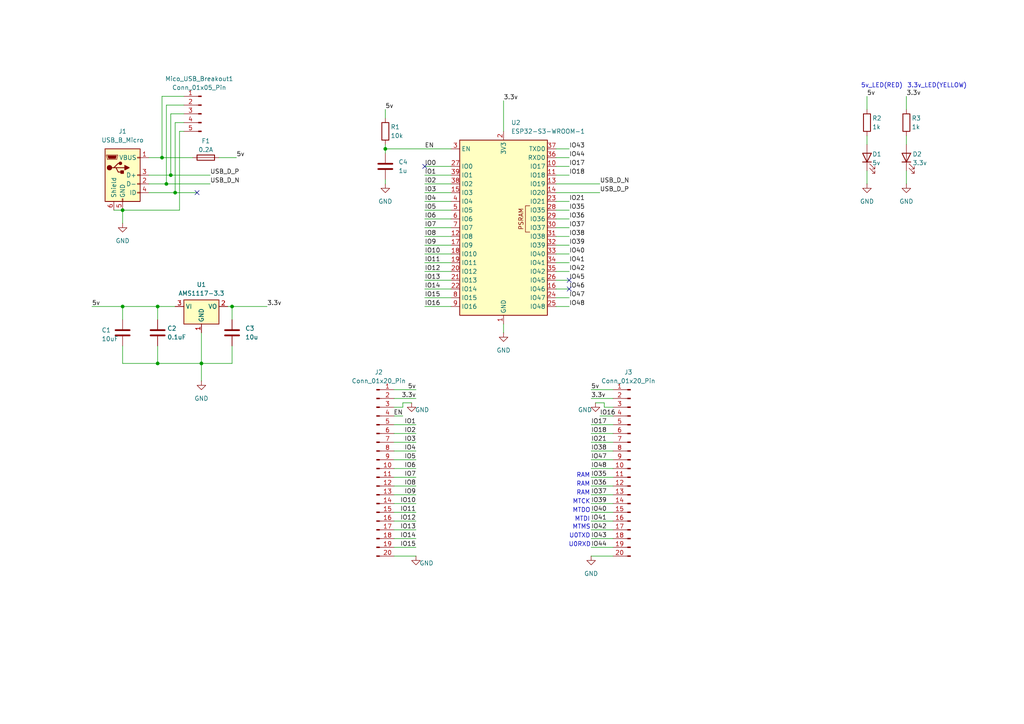
<source format=kicad_sch>
(kicad_sch (version 20231120) (generator "eeschema") (generator_version "8.0")
  (paper "A4")
  (lib_symbols
    (symbol "Connector:Conn_01x05_Pin" (pin_names (offset 1.016) hide)
      (property "Reference" "J" (at 0 7.62 0))
      (property "Value" "Conn_01x05_Pin" (at 0 -7.62 0))
      (symbol "Conn_01x05_Pin_1_1"
        (polyline (pts (xy 1.27 -5.08) (xy 0.8636 -5.08)) (stroke (width 0.1524)))
        (polyline (pts (xy 1.27 -2.54) (xy 0.8636 -2.54)) (stroke (width 0.1524)))
        (polyline (pts (xy 1.27 0) (xy 0.8636 0)) (stroke (width 0.1524)))
        (polyline (pts (xy 1.27 2.54) (xy 0.8636 2.54)) (stroke (width 0.1524)))
        (polyline (pts (xy 1.27 5.08) (xy 0.8636 5.08)) (stroke (width 0.1524)))
        (rectangle (start 0.8636 -4.953) (end 0 -5.207) (stroke (width 0.1524)) (fill (type outline)))
        (rectangle (start 0.8636 -2.413) (end 0 -2.667) (stroke (width 0.1524)) (fill (type outline)))
        (rectangle (start 0.8636 0.127) (end 0 -0.127) (stroke (width 0.1524)) (fill (type outline)))
        (rectangle (start 0.8636 2.667) (end 0 2.413) (stroke (width 0.1524)) (fill (type outline)))
        (rectangle (start 0.8636 5.207) (end 0 4.953) (stroke (width 0.1524)) (fill (type outline)))
        (pin passive line (at 5.08 5.08 180) (length 3.81) (name "Pin_1") (number "1"))
        (pin passive line (at 5.08 2.54 180) (length 3.81) (name "Pin_2") (number "2"))
        (pin passive line (at 5.08 0 180) (length 3.81) (name "Pin_3") (number "3"))
        (pin passive line (at 5.08 -2.54 180) (length 3.81) (name "Pin_4") (number "4"))
        (pin passive line (at 5.08 -5.08 180) (length 3.81) (name "Pin_5") (number "5"))
      )
    )
    (symbol "Connector:Conn_01x20_Pin" (pin_names (offset 1.016) hide)
      (property "Reference" "J" (at 0 25.4 0))
      (property "Value" "Conn_01x20_Pin" (at 0 -27.94 0))
      (symbol "Conn_01x20_Pin_1_1"
        (polyline (pts (xy 1.27 -25.4) (xy 0.8636 -25.4)) (stroke (width 0.1524)))
        (polyline (pts (xy 1.27 -22.86) (xy 0.8636 -22.86)) (stroke (width 0.1524)))
        (polyline (pts (xy 1.27 -20.32) (xy 0.8636 -20.32)) (stroke (width 0.1524)))
        (polyline (pts (xy 1.27 -17.78) (xy 0.8636 -17.78)) (stroke (width 0.1524)))
        (polyline (pts (xy 1.27 -15.24) (xy 0.8636 -15.24)) (stroke (width 0.1524)))
        (polyline (pts (xy 1.27 -12.7) (xy 0.8636 -12.7)) (stroke (width 0.1524)))
        (polyline (pts (xy 1.27 -10.16) (xy 0.8636 -10.16)) (stroke (width 0.1524)))
        (polyline (pts (xy 1.27 -7.62) (xy 0.8636 -7.62)) (stroke (width 0.1524)))
        (polyline (pts (xy 1.27 -5.08) (xy 0.8636 -5.08)) (stroke (width 0.1524)))
        (polyline (pts (xy 1.27 -2.54) (xy 0.8636 -2.54)) (stroke (width 0.1524)))
        (polyline (pts (xy 1.27 0) (xy 0.8636 0)) (stroke (width 0.1524)))
        (polyline (pts (xy 1.27 2.54) (xy 0.8636 2.54)) (stroke (width 0.1524)))
        (polyline (pts (xy 1.27 5.08) (xy 0.8636 5.08)) (stroke (width 0.1524)))
        (polyline (pts (xy 1.27 7.62) (xy 0.8636 7.62)) (stroke (width 0.1524)))
        (polyline (pts (xy 1.27 10.16) (xy 0.8636 10.16)) (stroke (width 0.1524)))
        (polyline (pts (xy 1.27 12.7) (xy 0.8636 12.7)) (stroke (width 0.1524)))
        (polyline (pts (xy 1.27 15.24) (xy 0.8636 15.24)) (stroke (width 0.1524)))
        (polyline (pts (xy 1.27 17.78) (xy 0.8636 17.78)) (stroke (width 0.1524)))
        (polyline (pts (xy 1.27 20.32) (xy 0.8636 20.32)) (stroke (width 0.1524)))
        (polyline (pts (xy 1.27 22.86) (xy 0.8636 22.86)) (stroke (width 0.1524)))
        (rectangle (start 0.8636 -25.273) (end 0 -25.527) (stroke (width 0.1524)) (fill (type outline)))
        (rectangle (start 0.8636 -22.733) (end 0 -22.987) (stroke (width 0.1524)) (fill (type outline)))
        (rectangle (start 0.8636 -20.193) (end 0 -20.447) (stroke (width 0.1524)) (fill (type outline)))
        (rectangle (start 0.8636 -17.653) (end 0 -17.907) (stroke (width 0.1524)) (fill (type outline)))
        (rectangle (start 0.8636 -15.113) (end 0 -15.367) (stroke (width 0.1524)) (fill (type outline)))
        (rectangle (start 0.8636 -12.573) (end 0 -12.827) (stroke (width 0.1524)) (fill (type outline)))
        (rectangle (start 0.8636 -10.033) (end 0 -10.287) (stroke (width 0.1524)) (fill (type outline)))
        (rectangle (start 0.8636 -7.493) (end 0 -7.747) (stroke (width 0.1524)) (fill (type outline)))
        (rectangle (start 0.8636 -4.953) (end 0 -5.207) (stroke (width 0.1524)) (fill (type outline)))
        (rectangle (start 0.8636 -2.413) (end 0 -2.667) (stroke (width 0.1524)) (fill (type outline)))
        (rectangle (start 0.8636 0.127) (end 0 -0.127) (stroke (width 0.1524)) (fill (type outline)))
        (rectangle (start 0.8636 2.667) (end 0 2.413) (stroke (width 0.1524)) (fill (type outline)))
        (rectangle (start 0.8636 5.207) (end 0 4.953) (stroke (width 0.1524)) (fill (type outline)))
        (rectangle (start 0.8636 7.747) (end 0 7.493) (stroke (width 0.1524)) (fill (type outline)))
        (rectangle (start 0.8636 10.287) (end 0 10.033) (stroke (width 0.1524)) (fill (type outline)))
        (rectangle (start 0.8636 12.827) (end 0 12.573) (stroke (width 0.1524)) (fill (type outline)))
        (rectangle (start 0.8636 15.367) (end 0 15.113) (stroke (width 0.1524)) (fill (type outline)))
        (rectangle (start 0.8636 17.907) (end 0 17.653) (stroke (width 0.1524)) (fill (type outline)))
        (rectangle (start 0.8636 20.447) (end 0 20.193) (stroke (width 0.1524)) (fill (type outline)))
        (rectangle (start 0.8636 22.987) (end 0 22.733) (stroke (width 0.1524)) (fill (type outline)))
        (pin passive line (at 5.08 22.86 180) (length 3.81) (name "Pin_1") (number "1"))
        (pin passive line (at 5.08 0 180) (length 3.81) (name "Pin_10") (number "10"))
        (pin passive line (at 5.08 -2.54 180) (length 3.81) (name "Pin_11") (number "11"))
        (pin passive line (at 5.08 -5.08 180) (length 3.81) (name "Pin_12") (number "12"))
        (pin passive line (at 5.08 -7.62 180) (length 3.81) (name "Pin_13") (number "13"))
        (pin passive line (at 5.08 -10.16 180) (length 3.81) (name "Pin_14") (number "14"))
        (pin passive line (at 5.08 -12.7 180) (length 3.81) (name "Pin_15") (number "15"))
        (pin passive line (at 5.08 -15.24 180) (length 3.81) (name "Pin_16") (number "16"))
        (pin passive line (at 5.08 -17.78 180) (length 3.81) (name "Pin_17") (number "17"))
        (pin passive line (at 5.08 -20.32 180) (length 3.81) (name "Pin_18") (number "18"))
        (pin passive line (at 5.08 -22.86 180) (length 3.81) (name "Pin_19") (number "19"))
        (pin passive line (at 5.08 20.32 180) (length 3.81) (name "Pin_2") (number "2"))
        (pin passive line (at 5.08 -25.4 180) (length 3.81) (name "Pin_20") (number "20"))
        (pin passive line (at 5.08 17.78 180) (length 3.81) (name "Pin_3") (number "3"))
        (pin passive line (at 5.08 15.24 180) (length 3.81) (name "Pin_4") (number "4"))
        (pin passive line (at 5.08 12.7 180) (length 3.81) (name "Pin_5") (number "5"))
        (pin passive line (at 5.08 10.16 180) (length 3.81) (name "Pin_6") (number "6"))
        (pin passive line (at 5.08 7.62 180) (length 3.81) (name "Pin_7") (number "7"))
        (pin passive line (at 5.08 5.08 180) (length 3.81) (name "Pin_8") (number "8"))
        (pin passive line (at 5.08 2.54 180) (length 3.81) (name "Pin_9") (number "9"))
      )
    )
    (symbol "Connector:USB_B_Micro" (pin_names (offset 1.016))
      (property "Reference" "J" (at -5.08 11.43 0))
      (property "Value" "USB_B_Micro" (at -5.08 8.89 0))
      (symbol "USB_B_Micro_0_1"
        (rectangle (start -5.08 -7.62) (end 5.08 7.62) (stroke (width 0.254)) (fill (type background)))
        (circle (center -3.81 2.159) (radius 0.635) (stroke (width 0.254)) (fill (type outline)))
        (circle (center -0.635 3.429) (radius 0.381) (stroke (width 0.254)) (fill (type outline)))
        (rectangle (start -0.127 -7.62) (end 0.127 -6.858))
        (polyline (pts (xy -1.905 2.159) (xy 0.635 2.159)) (stroke (width 0.254)))
        (polyline (pts (xy -3.175 2.159) (xy -2.54 2.159) (xy -1.27 3.429) (xy -0.635 3.429)) (stroke (width 0.254)))
        (polyline (pts (xy -2.54 2.159) (xy -1.905 2.159) (xy -1.27 0.889) (xy 0 0.889)) (stroke (width 0.254)))
        (polyline (pts (xy 0.635 2.794) (xy 0.635 1.524) (xy 1.905 2.159) (xy 0.635 2.794)) (stroke (width 0.254)) (fill (type outline)))
        (polyline (pts (xy -4.318 5.588) (xy -1.778 5.588) (xy -2.032 4.826) (xy -4.064 4.826) (xy -4.318 5.588)) (fill (type outline)))
        (polyline (pts (xy -4.699 5.842) (xy -4.699 5.588) (xy -4.445 4.826) (xy -4.445 4.572) (xy -1.651 4.572) (xy -1.651 4.826) (xy -1.397 5.588) (xy -1.397 5.842) (xy -4.699 5.842)))
        (rectangle (start 0.254 1.27) (end -0.508 0.508) (stroke (width 0.254)) (fill (type outline)))
        (rectangle (start 5.08 -5.207) (end 4.318 -4.953))
        (rectangle (start 5.08 -2.667) (end 4.318 -2.413))
        (rectangle (start 5.08 -0.127) (end 4.318 0.127))
        (rectangle (start 5.08 4.953) (end 4.318 5.207))
      )
      (symbol "USB_B_Micro_1_1"
        (pin power_out line (at 7.62 5.08 180) (length 2.54) (name "VBUS") (number "1"))
        (pin bidirectional line (at 7.62 -2.54 180) (length 2.54) (name "D-") (number "2"))
        (pin bidirectional line (at 7.62 0 180) (length 2.54) (name "D+") (number "3"))
        (pin passive line (at 7.62 -5.08 180) (length 2.54) (name "ID") (number "4"))
        (pin power_out line (at 0 -10.16 90) (length 2.54) (name "GND") (number "5"))
        (pin passive line (at -2.54 -10.16 90) (length 2.54) (name "Shield") (number "6"))
      )
    )
    (symbol "Device:C" (pin_numbers hide) (pin_names (offset 0.254))
      (property "Reference" "C" (at 0.635 2.54 0))
      (property "Value" "C" (at 0.635 -2.54 0))
      (symbol "C_0_1"
        (polyline (pts (xy -2.032 -0.762) (xy 2.032 -0.762)) (stroke (width 0.508)))
        (polyline (pts (xy -2.032 0.762) (xy 2.032 0.762)) (stroke (width 0.508)))
      )
      (symbol "C_1_1"
        (pin passive line (at 0 3.81 270) (length 2.794) (name "~") (number "1"))
        (pin passive line (at 0 -3.81 90) (length 2.794) (name "~") (number "2"))
      )
    )
    (symbol "Device:Fuse" (pin_numbers hide) (pin_names (offset 0))
      (property "Reference" "F" (at 2.032 0 90))
      (property "Value" "Fuse" (at -1.905 0 90))
      (symbol "Fuse_0_1"
        (rectangle (start -0.762 -2.54) (end 0.762 2.54) (stroke (width 0.254)))
        (polyline (pts (xy 0 2.54) (xy 0 -2.54)))
      )
      (symbol "Fuse_1_1"
        (pin passive line (at 0 3.81 270) (length 1.27) (name "~") (number "1"))
        (pin passive line (at 0 -3.81 90) (length 1.27) (name "~") (number "2"))
      )
    )
    (symbol "Device:LED" (pin_numbers hide) (pin_names (offset 1.016) hide)
      (property "Reference" "D" (at 0 2.54 0))
      (property "Value" "LED" (at 0 -2.54 0))
      (symbol "LED_0_1"
        (polyline (pts (xy -1.27 -1.27) (xy -1.27 1.27)) (stroke (width 0.254)))
        (polyline (pts (xy -1.27 0) (xy 1.27 0)))
        (polyline (pts (xy 1.27 -1.27) (xy 1.27 1.27) (xy -1.27 0) (xy 1.27 -1.27)) (stroke (width 0.254)))
        (polyline (pts (xy -3.048 -0.762) (xy -4.572 -2.286) (xy -3.81 -2.286) (xy -4.572 -2.286) (xy -4.572 -1.524)))
        (polyline (pts (xy -1.778 -0.762) (xy -3.302 -2.286) (xy -2.54 -2.286) (xy -3.302 -2.286) (xy -3.302 -1.524)))
      )
      (symbol "LED_1_1"
        (pin passive line (at -3.81 0 0) (length 2.54) (name "K") (number "1"))
        (pin passive line (at 3.81 0 180) (length 2.54) (name "A") (number "2"))
      )
    )
    (symbol "Device:R" (pin_numbers hide) (pin_names (offset 0))
      (property "Reference" "R" (at 2.032 0 90))
      (property "Value" "R" (at 0 0 90))
      (symbol "R_0_1"
        (rectangle (start -1.016 -2.54) (end 1.016 2.54) (stroke (width 0.254)))
      )
      (symbol "R_1_1"
        (pin passive line (at 0 3.81 270) (length 1.27) (name "~") (number "1"))
        (pin passive line (at 0 -3.81 90) (length 1.27) (name "~") (number "2"))
      )
    )
    (symbol "RF_Module:ESP32-S3-WROOM-1"
      (property "Reference" "U" (at -12.7 26.67 0))
      (property "Value" "ESP32-S3-WROOM-1" (at 12.7 26.67 0))
      (symbol "ESP32-S3-WROOM-1_0_0"
        (rectangle (start -12.7 25.4) (end 12.7 -25.4) (stroke (width 0.254)) (fill (type background)))
        (text "PSRAM" (at 5.08 2.54 900) (effects (font (size 1.27 1.27))))
      )
      (symbol "ESP32-S3-WROOM-1_0_1"
        (polyline (pts (xy 7.62 -1.27) (xy 6.35 -1.27) (xy 6.35 6.35) (xy 7.62 6.35)))
      )
      (symbol "ESP32-S3-WROOM-1_1_1"
        (pin power_in line (at 0 -27.94 90) (length 2.54) (name "GND") (number "1"))
        (pin bidirectional line (at 15.24 17.78 180) (length 2.54) (name "IO17") (number "10"))
        (pin bidirectional line (at 15.24 15.24 180) (length 2.54) (name "IO18") (number "11"))
        (pin bidirectional line (at -15.24 -2.54 0) (length 2.54) (name "IO8") (number "12"))
        (pin bidirectional line (at 15.24 12.7 180) (length 2.54) (name "IO19") (number "13"))
        (pin bidirectional line (at 15.24 10.16 180) (length 2.54) (name "IO20") (number "14"))
        (pin bidirectional line (at -15.24 10.16 0) (length 2.54) (name "IO3") (number "15"))
        (pin bidirectional line (at 15.24 -17.78 180) (length 2.54) (name "IO46") (number "16"))
        (pin bidirectional line (at -15.24 -5.08 0) (length 2.54) (name "IO9") (number "17"))
        (pin bidirectional line (at -15.24 -7.62 0) (length 2.54) (name "IO10") (number "18"))
        (pin bidirectional line (at -15.24 -10.16 0) (length 2.54) (name "IO11") (number "19"))
        (pin power_in line (at 0 27.94 270) (length 2.54) (name "3V3") (number "2"))
        (pin bidirectional line (at -15.24 -12.7 0) (length 2.54) (name "IO12") (number "20"))
        (pin bidirectional line (at -15.24 -15.24 0) (length 2.54) (name "IO13") (number "21"))
        (pin bidirectional line (at -15.24 -17.78 0) (length 2.54) (name "IO14") (number "22"))
        (pin bidirectional line (at 15.24 7.62 180) (length 2.54) (name "IO21") (number "23"))
        (pin bidirectional line (at 15.24 -20.32 180) (length 2.54) (name "IO47") (number "24"))
        (pin bidirectional line (at 15.24 -22.86 180) (length 2.54) (name "IO48") (number "25"))
        (pin bidirectional line (at 15.24 -15.24 180) (length 2.54) (name "IO45") (number "26"))
        (pin bidirectional line (at -15.24 17.78 0) (length 2.54) (name "IO0") (number "27"))
        (pin bidirectional line (at 15.24 5.08 180) (length 2.54) (name "IO35") (number "28"))
        (pin bidirectional line (at 15.24 2.54 180) (length 2.54) (name "IO36") (number "29"))
        (pin input line (at -15.24 22.86 0) (length 2.54) (name "EN") (number "3"))
        (pin bidirectional line (at 15.24 0 180) (length 2.54) (name "IO37") (number "30"))
        (pin bidirectional line (at 15.24 -2.54 180) (length 2.54) (name "IO38") (number "31"))
        (pin bidirectional line (at 15.24 -5.08 180) (length 2.54) (name "IO39") (number "32"))
        (pin bidirectional line (at 15.24 -7.62 180) (length 2.54) (name "IO40") (number "33"))
        (pin bidirectional line (at 15.24 -10.16 180) (length 2.54) (name "IO41") (number "34"))
        (pin bidirectional line (at 15.24 -12.7 180) (length 2.54) (name "IO42") (number "35"))
        (pin bidirectional line (at 15.24 20.32 180) (length 2.54) (name "RXD0") (number "36"))
        (pin bidirectional line (at 15.24 22.86 180) (length 2.54) (name "TXD0") (number "37"))
        (pin bidirectional line (at -15.24 12.7 0) (length 2.54) (name "IO2") (number "38"))
        (pin bidirectional line (at -15.24 15.24 0) (length 2.54) (name "IO1") (number "39"))
        (pin bidirectional line (at -15.24 7.62 0) (length 2.54) (name "IO4") (number "4"))
        (pin passive line (at 0 -27.94 90) (length 2.54) hide (name "GND") (number "40"))
        (pin passive line (at 0 -27.94 90) (length 2.54) hide (name "GND") (number "41"))
        (pin bidirectional line (at -15.24 5.08 0) (length 2.54) (name "IO5") (number "5"))
        (pin bidirectional line (at -15.24 2.54 0) (length 2.54) (name "IO6") (number "6"))
        (pin bidirectional line (at -15.24 0 0) (length 2.54) (name "IO7") (number "7"))
        (pin bidirectional line (at -15.24 -20.32 0) (length 2.54) (name "IO15") (number "8"))
        (pin bidirectional line (at -15.24 -22.86 0) (length 2.54) (name "IO16") (number "9"))
      )
    )
    (symbol "Regulator_Linear:AMS1117-3.3"
      (property "Reference" "U" (at -3.81 3.175 0))
      (property "Value" "AMS1117-3.3" (at 0 3.175 0))
      (symbol "AMS1117-3.3_0_1"
        (rectangle (start -5.08 -5.08) (end 5.08 1.905) (stroke (width 0.254)) (fill (type background)))
      )
      (symbol "AMS1117-3.3_1_1"
        (pin power_in line (at 0 -7.62 90) (length 2.54) (name "GND") (number "1"))
        (pin power_out line (at 7.62 0 180) (length 2.54) (name "VO") (number "2"))
        (pin power_in line (at -7.62 0 0) (length 2.54) (name "VI") (number "3"))
      )
    )
    (symbol "power:GND" (power) (pin_numbers hide) (pin_names (offset 0) hide)
      (property "Value" "GND" (at 0 -3.81 0))
      (symbol "GND_0_1"
        (polyline (pts (xy 0 0) (xy 0 -1.27) (xy 1.27 -1.27) (xy 0 -2.54) (xy -1.27 -1.27) (xy 0 -1.27)))
      )
      (symbol "GND_1_1"
        (pin power_in line (at 0 0 270) (length 0) (name "~") (number "1"))
      )
    )
  )
  (junction (at 45.72 105.41))
  (junction (at 46.99 45.72))
  (junction (at 50.8 55.88))
  (junction (at 45.72 88.9))
  (junction (at 48.26 53.34))
  (junction (at 35.56 60.96))
  (junction (at 58.42 105.41))
  (junction (at 35.56 88.9))
  (junction (at 67.31 88.9))
  (junction (at 111.76 43.18))
  (junction (at 49.53 50.8))
  (no_connect (at 123.19 48.26))
  (no_connect (at 57.15 55.88))
  (no_connect (at 165.1 83.82))
  (no_connect (at 165.1 81.28))
  (wire (pts (xy 114.3 125.73) (xy 120.65 125.73)))
  (wire (pts (xy 50.8 35.56) (xy 50.8 55.88)))
  (wire (pts (xy 161.29 45.72) (xy 165.1 45.72)))
  (wire (pts (xy 123.19 53.34) (xy 130.81 53.34)))
  (wire (pts (xy 161.29 73.66) (xy 165.1 73.66)))
  (wire (pts (xy 48.26 30.48) (xy 48.26 53.34)))
  (wire (pts (xy 45.72 100.33) (xy 45.72 105.41)))
  (wire (pts (xy 114.3 158.75) (xy 120.65 158.75)))
  (wire (pts (xy 114.3 123.19) (xy 120.65 123.19)))
  (wire (pts (xy 262.89 49.53) (xy 262.89 53.34)))
  (wire (pts (xy 123.19 58.42) (xy 130.81 58.42)))
  (wire (pts (xy 43.18 53.34) (xy 48.26 53.34)))
  (wire (pts (xy 45.72 105.41) (xy 58.42 105.41)))
  (wire (pts (xy 33.02 60.96) (xy 35.56 60.96)))
  (wire (pts (xy 123.19 60.96) (xy 130.81 60.96)))
  (wire (pts (xy 111.76 31.75) (xy 111.76 34.29)))
  (wire (pts (xy 52.07 38.1) (xy 53.34 38.1)))
  (wire (pts (xy 171.45 133.35) (xy 177.8 133.35)))
  (wire (pts (xy 43.18 50.8) (xy 49.53 50.8)))
  (wire (pts (xy 171.45 135.89) (xy 177.8 135.89)))
  (wire (pts (xy 161.29 58.42) (xy 165.1 58.42)))
  (wire (pts (xy 67.31 88.9) (xy 66.04 88.9)))
  (wire (pts (xy 161.29 48.26) (xy 165.1 48.26)))
  (wire (pts (xy 114.3 143.51) (xy 120.65 143.51)))
  (wire (pts (xy 146.05 29.21) (xy 146.05 38.1)))
  (wire (pts (xy 35.56 60.96) (xy 35.56 64.77)))
  (wire (pts (xy 177.8 118.11) (xy 175.26 118.11)))
  (wire (pts (xy 161.29 55.88) (xy 173.99 55.88)))
  (wire (pts (xy 123.19 73.66) (xy 130.81 73.66)))
  (wire (pts (xy 171.45 125.73) (xy 177.8 125.73)))
  (wire (pts (xy 177.8 113.03) (xy 171.45 113.03)))
  (wire (pts (xy 123.19 71.12) (xy 130.81 71.12)))
  (wire (pts (xy 114.3 161.29) (xy 120.65 161.29)))
  (wire (pts (xy 43.18 45.72) (xy 46.99 45.72)))
  (wire (pts (xy 123.19 48.26) (xy 130.81 48.26)))
  (wire (pts (xy 161.29 66.04) (xy 165.1 66.04)))
  (wire (pts (xy 63.5 45.72) (xy 68.58 45.72)))
  (wire (pts (xy 49.53 33.02) (xy 49.53 50.8)))
  (wire (pts (xy 45.72 88.9) (xy 45.72 92.71)))
  (wire (pts (xy 123.19 76.2) (xy 130.81 76.2)))
  (wire (pts (xy 53.34 33.02) (xy 49.53 33.02)))
  (wire (pts (xy 114.3 128.27) (xy 120.65 128.27)))
  (wire (pts (xy 171.45 143.51) (xy 177.8 143.51)))
  (wire (pts (xy 171.45 151.13) (xy 177.8 151.13)))
  (wire (pts (xy 171.45 153.67) (xy 177.8 153.67)))
  (wire (pts (xy 58.42 96.52) (xy 58.42 105.41)))
  (wire (pts (xy 123.19 88.9) (xy 130.81 88.9)))
  (wire (pts (xy 173.99 120.65) (xy 177.8 120.65)))
  (wire (pts (xy 123.19 86.36) (xy 130.81 86.36)))
  (wire (pts (xy 114.3 153.67) (xy 120.65 153.67)))
  (wire (pts (xy 161.29 53.34) (xy 173.99 53.34)))
  (wire (pts (xy 175.26 116.84) (xy 175.26 118.11)))
  (wire (pts (xy 171.45 140.97) (xy 177.8 140.97)))
  (wire (pts (xy 251.46 49.53) (xy 251.46 53.34)))
  (wire (pts (xy 26.67 88.9) (xy 35.56 88.9)))
  (wire (pts (xy 114.3 133.35) (xy 120.65 133.35)))
  (wire (pts (xy 123.19 81.28) (xy 130.81 81.28)))
  (wire (pts (xy 114.3 156.21) (xy 120.65 156.21)))
  (wire (pts (xy 171.45 123.19) (xy 177.8 123.19)))
  (wire (pts (xy 123.19 68.58) (xy 130.81 68.58)))
  (wire (pts (xy 123.19 50.8) (xy 130.81 50.8)))
  (wire (pts (xy 262.89 39.37) (xy 262.89 41.91)))
  (wire (pts (xy 114.3 113.03) (xy 120.65 113.03)))
  (wire (pts (xy 114.3 140.97) (xy 120.65 140.97)))
  (wire (pts (xy 171.45 158.75) (xy 177.8 158.75)))
  (wire (pts (xy 171.45 148.59) (xy 177.8 148.59)))
  (wire (pts (xy 171.45 156.21) (xy 177.8 156.21)))
  (wire (pts (xy 49.53 50.8) (xy 60.96 50.8)))
  (wire (pts (xy 58.42 105.41) (xy 58.42 110.49)))
  (wire (pts (xy 114.3 148.59) (xy 120.65 148.59)))
  (wire (pts (xy 171.45 138.43) (xy 177.8 138.43)))
  (wire (pts (xy 67.31 88.9) (xy 77.47 88.9)))
  (wire (pts (xy 146.05 93.98) (xy 146.05 96.52)))
  (wire (pts (xy 114.3 151.13) (xy 120.65 151.13)))
  (wire (pts (xy 116.84 116.84) (xy 116.84 118.11)))
  (wire (pts (xy 251.46 27.94) (xy 251.46 31.75)))
  (wire (pts (xy 177.8 115.57) (xy 171.45 115.57)))
  (wire (pts (xy 161.29 83.82) (xy 165.1 83.82)))
  (wire (pts (xy 35.56 88.9) (xy 45.72 88.9)))
  (wire (pts (xy 114.3 120.65) (xy 116.84 120.65)))
  (wire (pts (xy 52.07 60.96) (xy 35.56 60.96)))
  (wire (pts (xy 161.29 88.9) (xy 165.1 88.9)))
  (wire (pts (xy 111.76 43.18) (xy 111.76 44.45)))
  (wire (pts (xy 45.72 88.9) (xy 50.8 88.9)))
  (wire (pts (xy 53.34 30.48) (xy 48.26 30.48)))
  (wire (pts (xy 111.76 43.18) (xy 130.81 43.18)))
  (wire (pts (xy 161.29 68.58) (xy 165.1 68.58)))
  (wire (pts (xy 53.34 27.94) (xy 46.99 27.94)))
  (wire (pts (xy 161.29 60.96) (xy 165.1 60.96)))
  (wire (pts (xy 161.29 78.74) (xy 165.1 78.74)))
  (wire (pts (xy 114.3 138.43) (xy 120.65 138.43)))
  (wire (pts (xy 171.45 128.27) (xy 177.8 128.27)))
  (wire (pts (xy 161.29 71.12) (xy 165.1 71.12)))
  (wire (pts (xy 48.26 53.34) (xy 60.96 53.34)))
  (wire (pts (xy 35.56 105.41) (xy 45.72 105.41)))
  (wire (pts (xy 43.18 55.88) (xy 50.8 55.88)))
  (wire (pts (xy 161.29 76.2) (xy 165.1 76.2)))
  (wire (pts (xy 161.29 43.18) (xy 165.1 43.18)))
  (wire (pts (xy 67.31 88.9) (xy 67.31 92.71)))
  (wire (pts (xy 171.45 161.29) (xy 177.8 161.29)))
  (wire (pts (xy 262.89 27.94) (xy 262.89 31.75)))
  (wire (pts (xy 123.19 63.5) (xy 130.81 63.5)))
  (wire (pts (xy 123.19 83.82) (xy 130.81 83.82)))
  (wire (pts (xy 161.29 50.8) (xy 165.1 50.8)))
  (wire (pts (xy 161.29 63.5) (xy 165.1 63.5)))
  (wire (pts (xy 114.3 118.11) (xy 116.84 118.11)))
  (wire (pts (xy 58.42 105.41) (xy 67.31 105.41)))
  (wire (pts (xy 111.76 52.07) (xy 111.76 53.34)))
  (wire (pts (xy 123.19 55.88) (xy 130.81 55.88)))
  (wire (pts (xy 119.38 116.84) (xy 116.84 116.84)))
  (wire (pts (xy 35.56 88.9) (xy 35.56 92.71)))
  (wire (pts (xy 171.45 146.05) (xy 177.8 146.05)))
  (wire (pts (xy 251.46 39.37) (xy 251.46 41.91)))
  (wire (pts (xy 172.72 116.84) (xy 175.26 116.84)))
  (wire (pts (xy 53.34 35.56) (xy 50.8 35.56)))
  (wire (pts (xy 123.19 66.04) (xy 130.81 66.04)))
  (wire (pts (xy 114.3 115.57) (xy 120.65 115.57)))
  (wire (pts (xy 123.19 78.74) (xy 130.81 78.74)))
  (wire (pts (xy 171.45 130.81) (xy 177.8 130.81)))
  (wire (pts (xy 52.07 38.1) (xy 52.07 60.96)))
  (wire (pts (xy 161.29 86.36) (xy 165.1 86.36)))
  (wire (pts (xy 35.56 100.33) (xy 35.56 105.41)))
  (wire (pts (xy 114.3 146.05) (xy 120.65 146.05)))
  (wire (pts (xy 46.99 45.72) (xy 55.88 45.72)))
  (wire (pts (xy 114.3 130.81) (xy 120.65 130.81)))
  (wire (pts (xy 67.31 100.33) (xy 67.31 105.41)))
  (wire (pts (xy 114.3 135.89) (xy 120.65 135.89)))
  (wire (pts (xy 46.99 27.94) (xy 46.99 45.72)))
  (wire (pts (xy 50.8 55.88) (xy 57.15 55.88)))
  (wire (pts (xy 111.76 41.91) (xy 111.76 43.18)))
  (wire (pts (xy 161.29 81.28) (xy 165.1 81.28)))
  (text "5v_LED(RED)" (at 255.778 24.892 0) (effects (font (size 1.27 1.27))))
  (text "RAM" (at 169.164 140.462 0) (effects (font (size 1.27 1.27))))
  (text "MTDO" (at 168.656 148.082 0) (effects (font (size 1.27 1.27))))
  (text "MTDI" (at 168.91 150.622 0) (effects (font (size 1.27 1.27))))
  (text "U0TXD" (at 168.148 155.448 0) (effects (font (size 1.27 1.27))))
  (text "MTCK" (at 168.656 145.542 0) (effects (font (size 1.27 1.27))))
  (text "3.3v_LED(YELLOW)" (at 271.78 24.892 0) (effects (font (size 1.27 1.27))))
  (text "MTMS" (at 168.656 152.908 0) (effects (font (size 1.27 1.27))))
  (text "RAM" (at 169.164 143.002 0) (effects (font (size 1.27 1.27))))
  (text "RAM" (at 169.164 137.922 0) (effects (font (size 1.27 1.27))))
  (text "U0RXD" (at 168.148 157.988 0) (effects (font (size 1.27 1.27))))
  (label "IO41" (at 165.1 76.2 0))
  (label "IO11" (at 123.19 76.2 0))
  (label "3.3v" (at 77.47 88.9 0))
  (label "IO10" (at 120.65 146.05 180))
  (label "IO13" (at 120.65 153.67 180))
  (label "3.3v" (at 120.65 115.57 180))
  (label "IO46" (at 165.1 83.82 0))
  (label "IO47" (at 165.1 86.36 0))
  (label "IO40" (at 165.1 73.66 0))
  (label "IO0" (at 123.19 48.26 0))
  (label "IO35" (at 171.45 138.43 0))
  (label "IO44" (at 165.1 45.72 0))
  (label "IO48" (at 165.1 88.9 0))
  (label "EN" (at 116.84 120.65 180))
  (label "3.3v" (at 146.05 29.21 0))
  (label "IO36" (at 171.45 140.97 0))
  (label "IO45" (at 165.1 81.28 0))
  (label "3.3v" (at 262.89 27.94 0))
  (label "IO48" (at 171.45 135.89 0))
  (label "IO7" (at 120.65 138.43 180))
  (label "IO21" (at 165.1 58.42 0))
  (label "IO6" (at 120.65 135.89 180))
  (label "USB_D_P" (at 60.96 50.8 0))
  (label "IO15" (at 120.65 158.75 180))
  (label "IO12" (at 123.19 78.74 0))
  (label "IO43" (at 171.45 156.21 0))
  (label "IO5" (at 120.65 133.35 180))
  (label "IO36" (at 165.1 63.5 0))
  (label "IO37" (at 165.1 66.04 0))
  (label "IO4" (at 120.65 130.81 180))
  (label "IO38" (at 165.1 68.58 0))
  (label "IO2" (at 123.19 53.34 0))
  (label "USB_D_P" (at 173.99 55.88 0))
  (label "IO38" (at 171.45 130.81 0))
  (label "IO12" (at 120.65 151.13 180))
  (label "IO17" (at 171.45 123.19 0))
  (label "IO37" (at 171.45 143.51 0))
  (label "EN" (at 123.19 43.18 0))
  (label "5v" (at 68.58 45.72 0))
  (label "5v" (at 251.46 27.94 0))
  (label "IO18" (at 171.45 125.73 0))
  (label "5v" (at 120.65 113.03 180))
  (label "USB_D_N" (at 60.96 53.34 0))
  (label "IO14" (at 120.65 156.21 180))
  (label "IO35" (at 165.1 60.96 0))
  (label "IO44" (at 171.45 158.75 0))
  (label "5v" (at 111.76 31.75 0))
  (label "IO8" (at 120.65 140.97 180))
  (label "IO42" (at 171.45 153.67 0))
  (label "IO16" (at 173.99 120.65 0))
  (label "IO39" (at 165.1 71.12 0))
  (label "3.3v" (at 171.45 115.57 0))
  (label "IO1" (at 120.65 123.19 180))
  (label "IO39" (at 171.45 146.05 0))
  (label "IO1" (at 123.19 50.8 0))
  (label "IO10" (at 123.19 73.66 0))
  (label "IO42" (at 165.1 78.74 0))
  (label "IO9" (at 123.19 71.12 0))
  (label "IO14" (at 123.19 83.82 0))
  (label "IO40" (at 171.45 148.59 0))
  (label "IO9" (at 120.65 143.51 180))
  (label "IO21" (at 171.45 128.27 0))
  (label "IO15" (at 123.19 86.36 0))
  (label "5v" (at 171.45 113.03 0))
  (label "IO11" (at 120.65 148.59 180))
  (label "IO41" (at 171.45 151.13 0))
  (label "IO13" (at 123.19 81.28 0))
  (label "IO16" (at 123.19 88.9 0))
  (label "IO8" (at 123.19 68.58 0))
  (label "IO2" (at 120.65 125.73 180))
  (label "IO7" (at 123.19 66.04 0))
  (label "IO17" (at 165.1 48.26 0))
  (label "IO5" (at 123.19 60.96 0))
  (label "IO18" (at 165.1 50.8 0))
  (label "5v" (at 26.67 88.9 0))
  (label "IO6" (at 123.19 63.5 0))
  (label "IO3" (at 120.65 128.27 180))
  (label "USB_D_N" (at 173.99 53.34 0))
  (label "IO3" (at 123.19 55.88 0))
  (label "IO43" (at 165.1 43.18 0))
  (label "IO4" (at 123.19 58.42 0))
  (label "IO47" (at 171.45 133.35 0))
  (symbol (lib_id "Device:C") (at 67.31 96.52 0) (unit 1)
    (property "Reference" "C3" (at 71.12 95.2499 0) (effects (justify left)))
    (property "Value" "10u" (at 71.12 97.7899 0) (effects (justify left)))
    (property "Footprint" "Ivar_footprint_library:IVAR_1206_SMD_C" (effects (hide yes)))
    (property "Description" "Unpolarized capacitor" (effects (hide yes)))
  )
  (symbol (lib_id "power:GND") (at 58.42 110.49 0) (unit 1)
    (property "Reference" "#PWR0105" (effects (hide yes)))
    (property "Value" "GND" (at 58.42 115.57 0))
    (property "Description" "Power symbol creates a global label with name \"GND\" , ground" (effects (hide yes)))
  )
  (symbol (lib_id "Device:Fuse") (at 59.69 45.72 90) (unit 1)
    (property "Reference" "F1" (at 59.69 40.894 90))
    (property "Value" "0.2A" (at 59.69 43.434 90))
    (property "Footprint" "Ivar_footprint_library:IVAR_1206_SMD_FUSE" (effects (hide yes)))
    (property "Description" "Fuse" (effects (hide yes)))
  )
  (symbol (lib_id "Regulator_Linear:AMS1117-3.3") (at 58.42 88.9 0) (unit 1)
    (property "Reference" "U1" (at 58.42 82.55 0))
    (property "Value" "AMS1117-3.3" (at 58.42 85.09 0))
    (property "Footprint" "Package_TO_SOT_SMD:SOT-223-3_TabPin2" (effects (hide yes)))
    (property "Datasheet" "http://www.advanced-monolithic.com/pdf/ds1117.pdf" (effects (hide yes)))
    (property "Description" "1A Low Dropout regulator, positive, 3.3V fixed output, SOT-223" (effects (hide yes)))
  )
  (symbol (lib_id "Device:R") (at 251.46 35.56 0) (unit 1)
    (property "Reference" "R2" (at 252.984 34.29 0) (effects (justify left)))
    (property "Value" "1k" (at 252.984 36.83 0) (effects (justify left)))
    (property "Footprint" "Ivar_footprint_library:IVAR_1206_SMD_R" (effects (hide yes)))
    (property "Description" "Resistor" (effects (hide yes)))
  )
  (symbol (lib_id "Device:LED") (at 251.46 45.72 90) (unit 1)
    (property "Reference" "D1" (at 252.984 44.704 90) (effects (justify right)))
    (property "Value" "5v" (at 252.984 47.244 90) (effects (justify right)))
    (property "Footprint" "Ivar_footprint_library:IVAR_0603_SMD_LED" (effects (hide yes)))
    (property "Description" "Light emitting diode" (effects (hide yes)))
  )
  (symbol (lib_id "power:GND") (at 111.76 53.34 0) (unit 1)
    (property "Reference" "#PWR0102" (effects (hide yes)))
    (property "Value" "GND" (at 111.76 58.42 0))
    (property "Description" "Power symbol creates a global label with name \"GND\" , ground" (effects (hide yes)))
  )
  (symbol (lib_id "power:GND") (at 171.45 161.29 0) (unit 1)
    (property "Reference" "#PWR0107" (effects (hide yes)))
    (property "Value" "GND" (at 171.45 166.37 0))
    (property "Description" "Power symbol creates a global label with name \"GND\" , ground" (effects (hide yes)))
  )
  (symbol (lib_id "power:GND") (at 120.65 161.29 0) (unit 1)
    (property "Reference" "#PWR0103" (effects (hide yes)))
    (property "Value" "GND" (at 123.698 163.322 0))
    (property "Description" "Power symbol creates a global label with name \"GND\" , ground" (effects (hide yes)))
  )
  (symbol (lib_id "power:GND") (at 119.38 116.84 0) (unit 1)
    (property "Reference" "#PWR0104" (effects (hide yes)))
    (property "Value" "GND" (at 122.428 118.872 0))
    (property "Description" "Power symbol creates a global label with name \"GND\" , ground" (effects (hide yes)))
  )
  (symbol (lib_id "power:GND") (at 262.89 53.34 0) (unit 1)
    (property "Reference" "#PWR0109" (effects (hide yes)))
    (property "Value" "GND" (at 262.89 58.42 0))
    (property "Description" "Power symbol creates a global label with name \"GND\" , ground" (effects (hide yes)))
  )
  (symbol (lib_id "Device:R") (at 262.89 35.56 0) (unit 1)
    (property "Reference" "R3" (at 264.414 34.29 0) (effects (justify left)))
    (property "Value" "1k" (at 264.414 36.83 0) (effects (justify left)))
    (property "Footprint" "Ivar_footprint_library:IVAR_1206_SMD_R" (effects (hide yes)))
    (property "Description" "Resistor" (effects (hide yes)))
  )
  (symbol (lib_id "Device:C") (at 45.72 96.52 0) (unit 1)
    (property "Reference" "C2" (at 48.514 95.25 0) (effects (justify left)))
    (property "Value" "0.1uF" (at 48.514 97.79 0) (effects (justify left)))
    (property "Footprint" "Ivar_footprint_library:IVAR_1206_SMD_C" (effects (hide yes)))
    (property "Description" "Unpolarized capacitor" (effects (hide yes)))
  )
  (symbol (lib_id "Device:C") (at 35.56 96.52 0) (unit 1)
    (property "Reference" "C1" (at 29.464 95.758 0) (effects (justify left)))
    (property "Value" "10uF" (at 29.464 98.298 0) (effects (justify left)))
    (property "Footprint" "Ivar_footprint_library:IVAR_1206_SMD_C" (effects (hide yes)))
    (property "Description" "Unpolarized capacitor" (effects (hide yes)))
  )
  (symbol (lib_id "Connector:Conn_01x20_Pin") (at 109.22 135.89 0) (unit 1)
    (property "Reference" "J2" (at 109.855 107.95 0))
    (property "Value" "Conn_01x20_Pin" (at 109.855 110.49 0))
    (property "Footprint" "Connector_PinHeader_2.54mm:PinHeader_1x20_P2.54mm_Vertical" (effects (hide yes)))
    (property "Description" "Generic connector, single row, 01x20, script generated" (effects (hide yes)))
  )
  (symbol (lib_id "power:GND") (at 35.56 64.77 0) (unit 1)
    (property "Reference" "#PWR0101" (effects (hide yes)))
    (property "Value" "GND" (at 35.56 69.85 0))
    (property "Description" "Power symbol creates a global label with name \"GND\" , ground" (effects (hide yes)))
  )
  (symbol (lib_id "Connector:Conn_01x05_Pin") (at 58.42 33.02 0) (mirror y) (unit 1)
    (property "Reference" "Mico_USB_Breakout1" (at 57.785 22.86 0))
    (property "Value" "Conn_01x05_Pin" (at 57.785 25.4 0))
    (property "Footprint" "Ivar_footprint_library:IVAR_Micro_USB_breakout_board_5pin" (effects (hide yes)))
    (property "Description" "Generic connector, single row, 01x05, script generated" (effects (hide yes)))
  )
  (symbol (lib_id "power:GND") (at 172.72 116.84 0) (mirror y) (unit 1)
    (property "Reference" "#PWR0108" (effects (hide yes)))
    (property "Value" "GND" (at 169.672 118.872 0))
    (property "Description" "Power symbol creates a global label with name \"GND\" , ground" (effects (hide yes)))
  )
  (symbol (lib_id "Device:C") (at 111.76 48.26 0) (unit 1)
    (property "Reference" "C4" (at 115.57 46.9899 0) (effects (justify left)))
    (property "Value" "1u" (at 115.57 49.5299 0) (effects (justify left)))
    (property "Footprint" "Ivar_footprint_library:IVAR_1206_SMD_C" (effects (hide yes)))
    (property "Description" "Unpolarized capacitor" (effects (hide yes)))
  )
  (symbol (lib_id "Connector:USB_B_Micro") (at 35.56 50.8 0) (unit 1)
    (property "Reference" "J1" (at 35.56 38.1 0))
    (property "Value" "USB_B_Micro" (at 35.56 40.64 0))
    (property "Footprint" "Connector_USB:USB_Micro-B_Amphenol_10103594-0001LF_Horizontal" (effects (hide yes)))
    (property "Description" "USB Micro Type B connector" (effects (hide yes)))
  )
  (symbol (lib_id "RF_Module:ESP32-S3-WROOM-1") (at 146.05 66.04 0) (unit 1)
    (property "Reference" "U2" (at 148.2441 35.56 0) (effects (justify left)))
    (property "Value" "ESP32-S3-WROOM-1" (at 148.2441 38.1 0) (effects (justify left)))
    (property "Footprint" "RF_Module:ESP32-S3-WROOM-1" (effects (hide yes)))
    (property "Datasheet" "https://www.espressif.com/sites/default/files/documentation/esp32-s3-wroom-1_wroom-1u_datasheet_en.pdf" (effects (hide yes)))
    (property "Description" "RF Module, ESP32-S3 SoC, Wi-Fi 802.11b/g/n, Bluetooth, BLE, 32-bit, 3.3V, onboard antenna, SMD" (effects (hide yes)))
  )
  (symbol (lib_id "Connector:Conn_01x20_Pin") (at 182.88 135.89 0) (mirror y) (unit 1)
    (property "Reference" "J3" (at 182.245 107.95 0))
    (property "Value" "Conn_01x20_Pin" (at 182.245 110.49 0))
    (property "Footprint" "Connector_PinHeader_2.54mm:PinHeader_1x20_P2.54mm_Vertical" (effects (hide yes)))
    (property "Description" "Generic connector, single row, 01x20, script generated" (effects (hide yes)))
  )
  (symbol (lib_id "power:GND") (at 251.46 53.34 0) (unit 1)
    (property "Reference" "#PWR0110" (effects (hide yes)))
    (property "Value" "GND" (at 251.46 58.42 0))
    (property "Description" "Power symbol creates a global label with name \"GND\" , ground" (effects (hide yes)))
  )
  (symbol (lib_id "power:GND") (at 146.05 96.52 0) (unit 1)
    (property "Reference" "#PWR0106" (effects (hide yes)))
    (property "Value" "GND" (at 146.05 101.6 0))
    (property "Description" "Power symbol creates a global label with name \"GND\" , ground" (effects (hide yes)))
  )
  (symbol (lib_id "Device:LED") (at 262.89 45.72 90) (unit 1)
    (property "Reference" "D2" (at 264.668 44.704 90) (effects (justify right)))
    (property "Value" "3.3v" (at 264.668 47.244 90) (effects (justify right)))
    (property "Footprint" "Ivar_footprint_library:IVAR_0603_SMD_LED" (effects (hide yes)))
    (property "Description" "Light emitting diode" (effects (hide yes)))
  )
  (symbol (lib_id "Device:R") (at 111.76 38.1 0) (unit 1)
    (property "Reference" "R1" (at 113.284 36.83 0) (effects (justify left)))
    (property "Value" "10k" (at 113.284 39.37 0) (effects (justify left)))
    (property "Footprint" "Ivar_footprint_library:IVAR_1206_SMD_R" (effects (hide yes)))
    (property "Description" "Resistor" (effects (hide yes)))
  )
)
</source>
